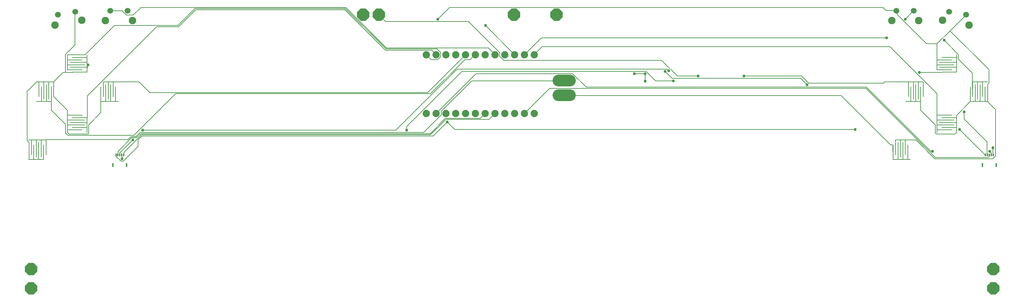
<source format=gbr>
G04 EAGLE Gerber RS-274X export*
G75*
%MOMM*%
%FSLAX34Y34*%
%LPD*%
%INTop Copper*%
%IPPOS*%
%AMOC8*
5,1,8,0,0,1.08239X$1,22.5*%
G01*
G04 Define Apertures*
%ADD10C,1.879600*%
%ADD11R,0.300000X0.700000*%
%ADD12R,0.300000X1.000000*%
%ADD13C,3.009900*%
%ADD14C,0.203200*%
%ADD15R,0.203200X0.203200*%
%ADD16C,1.498600*%
%ADD17C,1.943100*%
%ADD18P,3.4091X8X22.5*%
%ADD19C,0.152400*%
%ADD20C,0.756400*%
D10*
X1223000Y616200D03*
X1248400Y616200D03*
X1273800Y616200D03*
X1299200Y616200D03*
X1324600Y616200D03*
X1350000Y616200D03*
X1375400Y616200D03*
X1400800Y616200D03*
X1426200Y616200D03*
X1451600Y616200D03*
X1477000Y616200D03*
X1502400Y616200D03*
X1502400Y463800D03*
X1477000Y463800D03*
X1451600Y463800D03*
X1426200Y463800D03*
X1400800Y463800D03*
X1375400Y463800D03*
X1350000Y463800D03*
X1324600Y463800D03*
X1299200Y463800D03*
X1273800Y463800D03*
X1248400Y463800D03*
X1223000Y463800D03*
D11*
X420000Y356000D03*
X425000Y356000D03*
X430000Y356000D03*
X435000Y356000D03*
X440000Y356000D03*
D12*
X412100Y329500D03*
X447900Y329500D03*
D11*
X2670000Y356000D03*
X2675000Y356000D03*
X2680000Y356000D03*
X2685000Y356000D03*
X2690000Y356000D03*
D12*
X2662100Y329500D03*
X2697900Y329500D03*
D13*
X1595050Y510950D02*
X1564951Y510950D01*
X1564951Y549050D02*
X1595050Y549050D01*
D14*
X2550950Y440000D02*
X2595400Y440000D01*
X2589050Y433650D02*
X2544600Y433650D01*
X2557300Y427300D02*
X2595400Y427300D01*
X2589050Y446350D02*
X2544600Y446350D01*
X2557300Y452700D02*
X2595400Y452700D01*
X2582700Y459050D02*
X2544600Y459050D01*
X2544600Y420950D02*
X2582700Y420950D01*
X2544600Y414600D02*
X2544600Y459050D01*
X2595400Y452700D02*
X2595400Y414600D01*
D15*
X2595400Y414600D03*
X2544600Y414600D03*
D14*
X345400Y440000D02*
X300950Y440000D01*
X294600Y433650D02*
X339050Y433650D01*
X345400Y427300D02*
X307300Y427300D01*
X294600Y446350D02*
X339050Y446350D01*
X345400Y452700D02*
X307300Y452700D01*
X294600Y459050D02*
X332700Y459050D01*
X332700Y420950D02*
X294600Y420950D01*
X294600Y414600D02*
X294600Y459050D01*
X345400Y452700D02*
X345400Y414600D01*
D15*
X345400Y414600D03*
X294600Y414600D03*
D16*
X270000Y720000D03*
X314275Y727807D03*
D17*
X262066Y693325D03*
X331105Y705498D03*
D14*
X240000Y539050D02*
X240000Y494600D01*
X233650Y500950D02*
X233650Y545400D01*
X227300Y532700D02*
X227300Y494600D01*
X246350Y500950D02*
X246350Y545400D01*
X252700Y532700D02*
X252700Y494600D01*
X259050Y507300D02*
X259050Y545400D01*
X220950Y545400D02*
X220950Y507300D01*
X214600Y545400D02*
X259050Y545400D01*
X252700Y494600D02*
X214600Y494600D01*
D15*
X214600Y494600D03*
X214600Y545400D03*
D16*
X2620000Y720000D03*
X2575725Y727807D03*
D17*
X2627934Y693325D03*
X2558896Y705498D03*
D14*
X400000Y545400D02*
X400000Y500950D01*
X406350Y494600D02*
X406350Y539050D01*
X412700Y545400D02*
X412700Y507300D01*
X393650Y494600D02*
X393650Y539050D01*
X387300Y545400D02*
X387300Y507300D01*
X380950Y494600D02*
X380950Y532700D01*
X419050Y532700D02*
X419050Y494600D01*
X425400Y494600D02*
X380950Y494600D01*
X387300Y545400D02*
X425400Y545400D01*
D15*
X425400Y545400D03*
X425400Y494600D03*
D14*
X220000Y389050D02*
X220000Y344600D01*
X213650Y350950D02*
X213650Y395400D01*
X207300Y382700D02*
X207300Y344600D01*
X226350Y350950D02*
X226350Y395400D01*
X232700Y382700D02*
X232700Y344600D01*
X239050Y357300D02*
X239050Y395400D01*
X200950Y395400D02*
X200950Y357300D01*
X194600Y395400D02*
X239050Y395400D01*
X232700Y344600D02*
X194600Y344600D01*
D15*
X194600Y344600D03*
X194600Y395400D03*
D14*
X2450000Y395400D02*
X2450000Y350950D01*
X2456350Y344600D02*
X2456350Y389050D01*
X2462700Y395400D02*
X2462700Y357300D01*
X2443650Y344600D02*
X2443650Y389050D01*
X2437300Y395400D02*
X2437300Y357300D01*
X2430950Y344600D02*
X2430950Y382700D01*
X2469050Y382700D02*
X2469050Y344600D01*
X2475400Y344600D02*
X2430950Y344600D01*
X2437300Y395400D02*
X2475400Y395400D01*
D15*
X2475400Y395400D03*
X2475400Y344600D03*
D14*
X339050Y590000D02*
X294600Y590000D01*
X300950Y596350D02*
X345400Y596350D01*
X332700Y602700D02*
X294600Y602700D01*
X300950Y583650D02*
X345400Y583650D01*
X332700Y577300D02*
X294600Y577300D01*
X307300Y570950D02*
X345400Y570950D01*
X345400Y609050D02*
X307300Y609050D01*
X345400Y615400D02*
X345400Y570950D01*
X294600Y577300D02*
X294600Y615400D01*
D15*
X294600Y615400D03*
X345400Y615400D03*
D14*
X2544600Y590000D02*
X2589050Y590000D01*
X2595400Y596350D02*
X2550950Y596350D01*
X2544600Y602700D02*
X2582700Y602700D01*
X2595400Y583650D02*
X2550950Y583650D01*
X2544600Y577300D02*
X2582700Y577300D01*
X2595400Y570950D02*
X2557300Y570950D01*
X2557300Y609050D02*
X2595400Y609050D01*
X2595400Y615400D02*
X2595400Y570950D01*
X2544600Y577300D02*
X2544600Y615400D01*
D15*
X2544600Y615400D03*
X2595400Y615400D03*
D18*
X1060000Y720000D03*
X1100000Y720000D03*
X1450000Y720000D03*
X1560000Y720000D03*
X200000Y60000D03*
X200000Y10000D03*
X2690000Y60000D03*
X2690000Y10000D03*
D14*
X2490000Y494600D02*
X2490000Y539050D01*
X2483650Y545400D02*
X2483650Y500950D01*
X2477300Y494600D02*
X2477300Y532700D01*
X2496350Y545400D02*
X2496350Y500950D01*
X2502700Y494600D02*
X2502700Y532700D01*
X2509050Y545400D02*
X2509050Y507300D01*
X2470950Y507300D02*
X2470950Y545400D01*
X2464600Y545400D02*
X2509050Y545400D01*
X2502700Y494600D02*
X2464600Y494600D01*
D15*
X2464600Y494600D03*
X2464600Y545400D03*
D14*
X2650000Y545400D02*
X2650000Y500950D01*
X2656350Y494600D02*
X2656350Y539050D01*
X2662700Y545400D02*
X2662700Y507300D01*
X2643650Y494600D02*
X2643650Y539050D01*
X2637300Y545400D02*
X2637300Y507300D01*
X2630950Y494600D02*
X2630950Y532700D01*
X2669050Y532700D02*
X2669050Y494600D01*
X2675400Y494600D02*
X2630950Y494600D01*
X2637300Y545400D02*
X2675400Y545400D01*
D15*
X2675400Y545400D03*
X2675400Y494600D03*
D16*
X450000Y730000D03*
X405042Y730000D03*
D17*
X462446Y705108D03*
X392342Y705108D03*
D16*
X2440000Y730000D03*
X2484958Y730000D03*
D17*
X2427554Y705108D03*
X2497658Y705108D03*
D19*
X420624Y355092D02*
X420624Y352044D01*
X432816Y339852D01*
X438912Y339852D01*
X477012Y377952D01*
X477012Y394716D01*
X487680Y405384D01*
X1240536Y405384D01*
X1277112Y441960D01*
X420624Y355092D02*
X420000Y356000D01*
X2602992Y422148D02*
X2668524Y356616D01*
X2333244Y422148D02*
X1296924Y422148D01*
X1277112Y441960D01*
X2668524Y356616D02*
X2670000Y356000D01*
D20*
X1277112Y441960D03*
X2602992Y422148D03*
X2333244Y422148D03*
D19*
X435864Y355092D02*
X435864Y345948D01*
X435864Y355092D02*
X435000Y356000D01*
X2685288Y356616D02*
X2685288Y361188D01*
X2680716Y365760D01*
X2532888Y365760D02*
X2528316Y365760D01*
X2362200Y531876D01*
X1636776Y531876D01*
X1601724Y566928D01*
X1351788Y566928D01*
X1249680Y464820D01*
X2685000Y356000D02*
X2685288Y356616D01*
X1249680Y464820D02*
X1248400Y463800D01*
D20*
X435864Y345948D03*
X2680716Y365760D03*
X2532888Y365760D03*
D19*
X2674620Y356616D02*
X2674620Y390144D01*
X2615184Y449580D01*
X2615184Y467868D01*
X2674620Y356616D02*
X2675000Y356000D01*
D20*
X2615184Y467868D03*
D19*
X2689860Y374904D02*
X2689860Y356616D01*
X2690000Y356000D01*
D20*
X2689860Y374904D03*
D19*
X425196Y365760D02*
X425196Y356616D01*
X425196Y365760D02*
X460248Y400812D01*
X473964Y400812D01*
X484632Y411480D01*
X1232916Y411480D01*
X1272540Y451104D01*
X1362456Y451104D01*
X1374648Y463296D01*
X425196Y356616D02*
X425000Y356000D01*
X1374648Y463296D02*
X1375400Y463800D01*
X440436Y362712D02*
X440436Y356616D01*
X440436Y362712D02*
X486156Y408432D01*
X1234440Y408432D01*
X1274064Y448056D01*
X1385316Y448056D01*
X1400556Y463296D01*
X440436Y356616D02*
X440000Y356000D01*
X1400556Y463296D02*
X1400800Y463800D01*
X429768Y361188D02*
X429768Y356616D01*
X429768Y361188D02*
X463296Y394716D01*
X429768Y356616D02*
X430000Y356000D01*
D20*
X463296Y394716D03*
D19*
X2679192Y355092D02*
X2679192Y350520D01*
X2677668Y348996D01*
X2540508Y348996D01*
X2360676Y528828D01*
X1542288Y528828D01*
X1478280Y464820D01*
X2679192Y355092D02*
X2680000Y356000D01*
X1478280Y464820D02*
X1477000Y463800D01*
X339852Y615696D02*
X294132Y615696D01*
X339852Y615696D02*
X416052Y691896D01*
X580644Y691896D01*
X624840Y736092D01*
X1013460Y736092D01*
X1118616Y630936D01*
X1251204Y630936D01*
X1260348Y621792D01*
X1260348Y611124D01*
X1252728Y603504D01*
X1235964Y603504D01*
X1223772Y615696D01*
X294600Y615400D02*
X294132Y615696D01*
X1223000Y616200D02*
X1223772Y615696D01*
X345948Y509016D02*
X345948Y452628D01*
X345948Y509016D02*
X525780Y688848D01*
X582168Y688848D01*
X626364Y733044D01*
X1011936Y733044D01*
X1117092Y627888D01*
X1237488Y627888D01*
X1248156Y617220D01*
X345948Y452628D02*
X307300Y452700D01*
X1248156Y617220D02*
X1248400Y616200D01*
X480060Y545592D02*
X425196Y545592D01*
X480060Y545592D02*
X507492Y518160D01*
X1226820Y518160D01*
X1324356Y615696D01*
X425400Y545400D02*
X425196Y545592D01*
X1324356Y615696D02*
X1324600Y616200D01*
X252984Y493776D02*
X252984Y472440D01*
X289560Y435864D01*
X289560Y413004D01*
X295656Y406908D01*
X466344Y406908D01*
X574548Y515112D01*
X1234440Y515112D01*
X1322832Y603504D01*
X1336548Y603504D01*
X1348740Y615696D01*
X252984Y493776D02*
X252700Y494600D01*
X1348740Y615696D02*
X1350000Y616200D01*
X435864Y729996D02*
X405384Y729996D01*
X435864Y729996D02*
X446532Y719328D01*
X464820Y719328D01*
X484632Y739140D01*
X1014984Y739140D01*
X1120140Y633984D01*
X1383792Y633984D01*
X1400556Y617220D01*
X405384Y729996D02*
X405042Y730000D01*
X1400556Y617220D02*
X1400800Y616200D01*
X2462784Y708660D02*
X2484120Y729996D01*
X2414016Y659892D02*
X1520952Y659892D01*
X1478280Y617220D01*
X2484120Y729996D02*
X2484958Y730000D01*
X1478280Y617220D02*
X1477000Y616200D01*
D20*
X2462784Y708660D03*
X2414016Y659892D03*
D19*
X1450848Y617220D02*
X1376172Y691896D01*
X1450848Y617220D02*
X1451600Y616200D01*
D20*
X1376172Y691896D03*
D19*
X2499360Y569976D02*
X2557272Y569976D01*
X2557300Y570950D01*
D20*
X2499360Y569976D03*
D19*
X2545080Y515112D02*
X2545080Y458724D01*
X2545080Y515112D02*
X2423160Y637032D01*
X1522476Y637032D01*
X1502664Y617220D01*
X2544600Y459050D02*
X2545080Y458724D01*
X1502664Y617220D02*
X1502400Y616200D01*
X451104Y396240D02*
X239268Y396240D01*
X451104Y396240D02*
X458724Y403860D01*
X472440Y403860D01*
X483108Y414528D01*
X1216152Y414528D01*
X1261872Y460248D01*
X1261872Y469392D01*
X1341120Y548640D01*
X1578864Y548640D01*
X239268Y396240D02*
X239050Y357300D01*
X1578864Y548640D02*
X1580000Y549050D01*
X2424684Y382524D02*
X2430780Y382524D01*
X2424684Y382524D02*
X2296668Y510540D01*
X1580388Y510540D01*
X2430780Y382524D02*
X2430950Y344600D01*
X1580388Y510540D02*
X1580000Y510950D01*
X2409444Y545592D02*
X2464308Y545592D01*
X2409444Y545592D02*
X2406396Y542544D01*
X2212848Y542544D01*
X2194560Y560832D01*
X2045208Y560832D01*
X2464308Y545592D02*
X2464600Y545400D01*
D20*
X2045208Y560832D03*
D19*
X2636520Y568452D02*
X2636520Y545592D01*
X2636520Y568452D02*
X2599944Y605028D01*
X2599944Y617220D01*
X2563368Y653796D01*
X2636520Y545592D02*
X2637300Y507300D01*
D20*
X2563368Y653796D03*
D19*
X2502408Y493776D02*
X2502408Y472440D01*
X2540508Y434340D01*
X2540508Y413004D01*
X2543556Y409956D01*
X2590800Y409956D01*
X2595372Y414528D01*
X2502408Y493776D02*
X2502700Y494600D01*
X2595400Y414600D02*
X2595372Y414528D01*
X2490216Y394716D02*
X2474976Y394716D01*
X2490216Y394716D02*
X2538984Y345948D01*
X2688336Y345948D01*
X2695956Y353568D01*
X2695956Y473964D01*
X2676144Y493776D01*
X2475400Y395400D02*
X2474976Y394716D01*
X2675400Y494600D02*
X2676144Y493776D01*
X2595372Y458724D02*
X2595372Y452628D01*
X2595372Y458724D02*
X2630424Y493776D01*
X2595372Y452628D02*
X2557300Y452700D01*
X2630424Y493776D02*
X2630950Y494600D01*
X2545080Y615696D02*
X2545080Y644652D01*
X2578608Y678180D02*
X2619756Y719328D01*
X2578608Y678180D02*
X2545080Y644652D01*
X2545080Y615696D02*
X2544600Y615400D01*
X2619756Y719328D02*
X2620000Y720000D01*
X2441448Y720852D02*
X2441448Y729996D01*
X2441448Y720852D02*
X2517648Y644652D01*
X2545080Y644652D01*
X2441448Y729996D02*
X2440000Y730000D01*
X2676144Y539496D02*
X2676144Y495300D01*
X2676144Y539496D02*
X2679192Y542544D01*
X2679192Y577596D01*
X2578608Y678180D01*
X2676144Y495300D02*
X2675400Y494600D01*
X347472Y589788D02*
X345948Y589788D01*
X345400Y570950D01*
X195072Y388620D02*
X195072Y344424D01*
X195072Y388620D02*
X190500Y393192D01*
X190500Y521208D01*
X214884Y545592D01*
X194600Y344600D02*
X195072Y344424D01*
X214600Y545400D02*
X214884Y545592D01*
X283464Y569976D02*
X289560Y569976D01*
X307848Y569976D01*
X283464Y569976D02*
X259080Y545592D01*
X307300Y570950D02*
X307848Y569976D01*
X259080Y545592D02*
X259050Y507300D01*
X294132Y472440D02*
X294132Y458724D01*
X294132Y472440D02*
X259080Y507492D01*
X294132Y458724D02*
X294600Y459050D01*
X259050Y507300D02*
X259080Y507492D01*
X381000Y493776D02*
X381000Y466344D01*
X348996Y434340D01*
X348996Y411480D01*
X347472Y409956D01*
X298704Y409956D01*
X294132Y414528D01*
X381000Y493776D02*
X380950Y494600D01*
X294600Y414600D02*
X294132Y414528D01*
X313944Y641604D02*
X313944Y726948D01*
X313944Y641604D02*
X289560Y617220D01*
X289560Y569976D01*
X313944Y726948D02*
X314275Y727807D01*
X2412492Y731520D02*
X2439924Y731520D01*
X2412492Y731520D02*
X2404872Y739140D01*
X1283208Y739140D01*
X1252728Y708660D01*
X2439924Y731520D02*
X2440000Y730000D01*
D20*
X347472Y589788D03*
X1252728Y708660D03*
D19*
X1816608Y548640D02*
X1862328Y548640D01*
X1816608Y548640D02*
X1792224Y573024D01*
X1315212Y573024D01*
X1171956Y429768D01*
X1171956Y420624D01*
D20*
X1862328Y548640D03*
X1171956Y420624D03*
D19*
X1845564Y579120D02*
X1850136Y574548D01*
X1845564Y579120D02*
X1303020Y579120D01*
X1144524Y420624D01*
X489204Y420624D01*
D20*
X1850136Y574548D03*
X489204Y420624D03*
D19*
X1840992Y573024D02*
X1859280Y554736D01*
X2191512Y554736D01*
X2208276Y537972D01*
D20*
X1840992Y573024D03*
X2208276Y537972D03*
D19*
X1926336Y560832D02*
X1872996Y560832D01*
X1831848Y601980D01*
X1423416Y601980D01*
X1412748Y612648D01*
X1412748Y621792D01*
X1331976Y702564D01*
X1117092Y702564D01*
X1100328Y719328D01*
X1100000Y720000D01*
D20*
X1926336Y560832D03*
D19*
X1789176Y566928D02*
X1789176Y547116D01*
X1789176Y566928D02*
X1761744Y566928D01*
D20*
X1789176Y547116D03*
X1789176Y566928D03*
X1761744Y566928D03*
M02*

</source>
